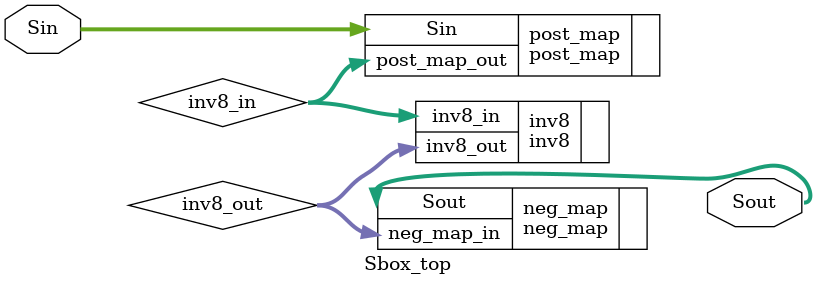
<source format=v>
module Sbox_top(Sin,Sout);

input [7:0] Sin;
output [7:0] Sout;

wire [7:0] inv8_in;
wire [7:0] inv8_out;

post_map  post_map   (.Sin(Sin),
			          .post_map_out(inv8_in)
			          );
					  
inv8  inv8  (.inv8_in(inv8_in),
			 .inv8_out(inv8_out)
			);

neg_map neg_map (.neg_map_in(inv8_out),
				 .Sout(Sout)
				);	
endmodule		
			
</source>
